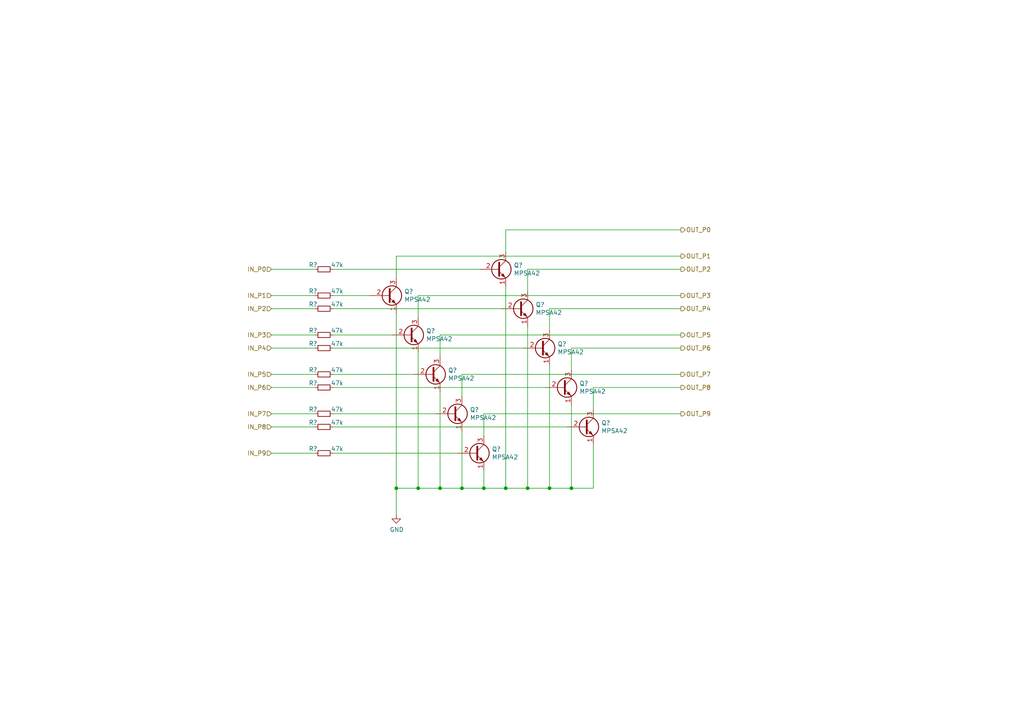
<source format=kicad_sch>
(kicad_sch (version 20230121) (generator eeschema)
  (paper "A4")
  (lib_symbols
    (symbol "Device:R_Small" (pin_numbers hide) (pin_names (offset 0.254) hide)
      (property "Reference" "R" (at 0.762 0.508 0))
      (property "Value" "R_Small" (at 0.762 -1.016 0))
      (symbol "R_Small_0_1"
        (rectangle (start -0.762 1.778) (end 0.762 -1.778) (stroke (width 0.2032)))
      )
      (symbol "R_Small_1_1"
        (pin passive line (at 0 2.54 270) (length 0.762) (name "~") (number "1"))
        (pin passive line (at 0 -2.54 90) (length 0.762) (name "~") (number "2"))
      )
    )
    (symbol "Transistor_BJT:MPSA42" (pin_names (offset 1.016) hide)
      (property "Reference" "Q" (at 5.08 1.905 0))
      (property "Value" "MPSA42" (at 5.08 0 0))
      (symbol "MPSA42_0_1"
        (polyline (pts (xy 0 0) (xy 0.635 0)))
        (polyline (pts (xy 0.635 0.635) (xy 2.54 2.54)))
        (polyline (pts (xy 0.635 -0.635) (xy 2.54 -2.54) (xy 2.54 -2.54)))
        (polyline (pts (xy 0.635 1.905) (xy 0.635 -1.905) (xy 0.635 -1.905)) (stroke (width 0.508)))
        (polyline (pts (xy 1.27 -1.778) (xy 1.778 -1.27) (xy 2.286 -2.286) (xy 1.27 -1.778) (xy 1.27 -1.778)) (fill (type outline)))
        (circle (center 1.27 0) (radius 2.8194) (stroke (width 0.254)))
      )
      (symbol "MPSA42_1_1"
        (pin passive line (at 2.54 -5.08 90) (length 2.54) (name "E") (number "1"))
        (pin input line (at -5.08 0 0) (length 5.08) (name "B") (number "2"))
        (pin passive line (at 2.54 5.08 270) (length 2.54) (name "C") (number "3"))
      )
    )
    (symbol "power:GND" (power) (pin_names (offset 0))
      (property "Value" "GND" (at 0 -3.81 0))
      (symbol "GND_0_1"
        (polyline (pts (xy 0 0) (xy 0 -1.27) (xy 1.27 -1.27) (xy 0 -2.54) (xy -1.27 -1.27) (xy 0 -1.27)))
      )
      (symbol "GND_1_1"
        (pin power_in line (at 0 0 270) (length 0) hide (name "GND") (number "1"))
      )
    )
  )
  (junction (at 133.985 141.605))
  (junction (at 127.635 141.605))
  (junction (at 121.285 141.605))
  (junction (at 146.685 141.605))
  (junction (at 114.935 141.605))
  (junction (at 159.385 141.605))
  (junction (at 140.335 141.605))
  (junction (at 165.735 141.605))
  (junction (at 153.035 141.605))
  (wire (pts (xy 121.285 141.605) (xy 127.635 141.605)))
  (wire (pts (xy 96.52 108.585) (xy 120.015 108.585)))
  (wire (pts (xy 78.74 108.585) (xy 91.44 108.585)))
  (wire (pts (xy 78.74 100.965) (xy 91.44 100.965)))
  (wire (pts (xy 172.085 112.395) (xy 172.085 118.745)))
  (wire (pts (xy 165.735 100.965) (xy 165.735 107.315)))
  (wire (pts (xy 132.715 131.445) (xy 96.52 131.445)))
  (wire (pts (xy 145.415 89.535) (xy 96.52 89.535)))
  (wire (pts (xy 197.485 97.155) (xy 127.635 97.155)))
  (wire (pts (xy 113.665 97.155) (xy 96.52 97.155)))
  (wire (pts (xy 159.385 141.605) (xy 165.735 141.605)))
  (wire (pts (xy 165.735 100.965) (xy 197.485 100.965)))
  (wire (pts (xy 114.935 149.225) (xy 114.935 141.605)))
  (wire (pts (xy 164.465 123.825) (xy 96.52 123.825)))
  (wire (pts (xy 78.74 97.155) (xy 91.44 97.155)))
  (wire (pts (xy 78.74 112.395) (xy 91.44 112.395)))
  (wire (pts (xy 121.285 102.235) (xy 121.285 141.605)))
  (wire (pts (xy 140.335 141.605) (xy 146.685 141.605)))
  (wire (pts (xy 133.985 108.585) (xy 133.985 114.935)))
  (wire (pts (xy 172.085 128.905) (xy 172.085 141.605)))
  (wire (pts (xy 121.285 85.725) (xy 121.285 92.075)))
  (wire (pts (xy 114.935 74.295) (xy 114.935 80.645)))
  (wire (pts (xy 127.635 97.155) (xy 127.635 103.505)))
  (wire (pts (xy 78.74 131.445) (xy 91.44 131.445)))
  (wire (pts (xy 146.685 66.675) (xy 146.685 73.025)))
  (wire (pts (xy 197.485 108.585) (xy 133.985 108.585)))
  (wire (pts (xy 78.74 78.105) (xy 91.44 78.105)))
  (wire (pts (xy 121.285 85.725) (xy 197.485 85.725)))
  (wire (pts (xy 127.635 113.665) (xy 127.635 141.605)))
  (wire (pts (xy 153.035 78.105) (xy 153.035 84.455)))
  (wire (pts (xy 146.685 141.605) (xy 153.035 141.605)))
  (wire (pts (xy 78.74 89.535) (xy 91.44 89.535)))
  (wire (pts (xy 153.035 78.105) (xy 197.485 78.105)))
  (wire (pts (xy 165.735 141.605) (xy 172.085 141.605)))
  (wire (pts (xy 197.485 112.395) (xy 172.085 112.395)))
  (wire (pts (xy 78.74 123.825) (xy 91.44 123.825)))
  (wire (pts (xy 153.035 141.605) (xy 159.385 141.605)))
  (wire (pts (xy 126.365 120.015) (xy 96.52 120.015)))
  (wire (pts (xy 159.385 89.535) (xy 159.385 95.885)))
  (wire (pts (xy 146.685 66.675) (xy 197.485 66.675)))
  (wire (pts (xy 146.685 83.185) (xy 146.685 141.605)))
  (wire (pts (xy 140.335 136.525) (xy 140.335 141.605)))
  (wire (pts (xy 96.52 85.725) (xy 107.315 85.725)))
  (wire (pts (xy 127.635 141.605) (xy 133.985 141.605)))
  (wire (pts (xy 165.735 117.475) (xy 165.735 141.605)))
  (wire (pts (xy 197.485 120.015) (xy 140.335 120.015)))
  (wire (pts (xy 78.74 120.015) (xy 91.44 120.015)))
  (wire (pts (xy 114.935 141.605) (xy 121.285 141.605)))
  (wire (pts (xy 140.335 120.015) (xy 140.335 126.365)))
  (wire (pts (xy 159.385 89.535) (xy 197.485 89.535)))
  (wire (pts (xy 151.765 100.965) (xy 96.52 100.965)))
  (wire (pts (xy 159.385 106.045) (xy 159.385 141.605)))
  (wire (pts (xy 133.985 125.095) (xy 133.985 141.605)))
  (wire (pts (xy 139.065 78.105) (xy 96.52 78.105)))
  (wire (pts (xy 153.035 94.615) (xy 153.035 141.605)))
  (wire (pts (xy 114.935 90.805) (xy 114.935 141.605)))
  (wire (pts (xy 114.935 74.295) (xy 197.485 74.295)))
  (wire (pts (xy 78.74 85.725) (xy 91.44 85.725)))
  (wire (pts (xy 158.115 112.395) (xy 96.52 112.395)))
  (wire (pts (xy 133.985 141.605) (xy 140.335 141.605)))
  (hierarchical_label "IN_P1" (shape input) (at 78.74 85.725 180))
  (hierarchical_label "IN_P0" (shape input) (at 78.74 78.105 180))
  (hierarchical_label "IN_P4" (shape input) (at 78.74 100.965 180))
  (hierarchical_label "OUT_P4" (shape output) (at 197.485 89.535 0))
  (hierarchical_label "OUT_P5" (shape output) (at 197.485 97.155 0))
  (hierarchical_label "OUT_P6" (shape output) (at 197.485 100.965 0))
  (hierarchical_label "IN_P6" (shape input) (at 78.74 112.395 180))
  (hierarchical_label "IN_P9" (shape input) (at 78.74 131.445 180))
  (hierarchical_label "OUT_P9" (shape output) (at 197.485 120.015 0))
  (hierarchical_label "OUT_P8" (shape output) (at 197.485 112.395 0))
  (hierarchical_label "OUT_P1" (shape output) (at 197.485 74.295 0))
  (hierarchical_label "OUT_P0" (shape output) (at 197.485 66.675 0))
  (hierarchical_label "OUT_P2" (shape output) (at 197.485 78.105 0))
  (hierarchical_label "IN_P2" (shape input) (at 78.74 89.535 180))
  (hierarchical_label "IN_P8" (shape input) (at 78.74 123.825 180))
  (hierarchical_label "IN_P5" (shape input) (at 78.74 108.585 180))
  (hierarchical_label "IN_P3" (shape input) (at 78.74 97.155 180))
  (hierarchical_label "OUT_P3" (shape output) (at 197.485 85.725 0))
  (hierarchical_label "IN_P7" (shape input) (at 78.74 120.015 180))
  (hierarchical_label "OUT_P7" (shape output) (at 197.485 108.585 0))
  (symbol (lib_id "Device:R_Small") (at 93.98 108.585 90) (unit 1)
    (property "Reference" "R?" (at 90.805 107.315 90))
    (property "Value" "47k" (at 97.79 107.315 90))
    (property "Footprint" "Resistor_THT:R_Axial_DIN0204_L3.6mm_D1.6mm_P5.08mm_Horizontal" (effects hide))
    (instances (project "OpenNixie" (path "" (reference "R?") (unit 1)) (path "" (reference "R12") (unit 1))))
  )
  (symbol (lib_id "Transistor_BJT:MPSA42") (at 144.145 78.105 0) (unit 1)
    (property "Reference" "Q?" (at 148.9964 76.9366 0) (effects (justify left)))
    (property "Value" "MPSA42" (at 148.9964 79.248 0) (effects (justify left)))
    (property "Footprint" "Package_TO_SOT_THT:TO-92_Inline" (effects hide))
    (property "Datasheet" "http://www.onsemi.com/pub_link/Collateral/MPSA42-D.PDF" (effects hide))
    (instances (project "OpenNixie" (path "" (reference "Q?") (unit 1)) (path "" (reference "Q3") (unit 1))))
  )
  (symbol (lib_id "power:GND") (at 114.935 149.225 0) (unit 1)
    (property "Reference" "#PWR?" (effects hide))
    (property "Value" "GND" (at 115.062 153.6192 0))
    (instances (project "OpenNixie" (path "" (reference "#PWR?") (unit 1)) (path "" (reference "#PWR010") (unit 1))))
  )
  (symbol (lib_id "Device:R_Small") (at 93.98 89.535 90) (unit 1)
    (property "Reference" "R?" (at 90.805 88.265 90))
    (property "Value" "47k" (at 97.79 88.265 90))
    (property "Footprint" "Resistor_THT:R_Axial_DIN0204_L3.6mm_D1.6mm_P5.08mm_Horizontal" (effects hide))
    (instances (project "OpenNixie" (path "" (reference "R?") (unit 1)) (path "" (reference "R9") (unit 1))))
  )
  (symbol (lib_id "Transistor_BJT:MPSA42") (at 131.445 120.015 0) (unit 1)
    (property "Reference" "Q?" (at 136.2964 118.8466 0) (effects (justify left)))
    (property "Value" "MPSA42" (at 136.2964 121.158 0) (effects (justify left)))
    (property "Footprint" "Package_TO_SOT_THT:TO-92_Inline" (effects hide))
    (property "Datasheet" "http://www.onsemi.com/pub_link/Collateral/MPSA42-D.PDF" (effects hide))
    (instances (project "OpenNixie" (path "" (reference "Q?") (unit 1)) (path "" (reference "Q10") (unit 1))))
  )
  (symbol (lib_id "Transistor_BJT:MPSA42") (at 118.745 97.155 0) (unit 1)
    (property "Reference" "Q?" (at 123.5964 95.9866 0) (effects (justify left)))
    (property "Value" "MPSA42" (at 123.5964 98.298 0) (effects (justify left)))
    (property "Footprint" "Package_TO_SOT_THT:TO-92_Inline" (effects hide))
    (property "Datasheet" "http://www.onsemi.com/pub_link/Collateral/MPSA42-D.PDF" (effects hide))
    (instances (project "OpenNixie" (path "" (reference "Q?") (unit 1)) (path "" (reference "Q6") (unit 1))))
  )
  (symbol (lib_id "Device:R_Small") (at 93.98 100.965 90) (unit 1)
    (property "Reference" "R?" (at 90.805 99.695 90))
    (property "Value" "47k" (at 97.79 99.695 90))
    (property "Footprint" "Resistor_THT:R_Axial_DIN0204_L3.6mm_D1.6mm_P5.08mm_Horizontal" (effects hide))
    (instances (project "OpenNixie" (path "" (reference "R?") (unit 1)) (path "" (reference "R11") (unit 1))))
  )
  (symbol (lib_id "Device:R_Small") (at 93.98 131.445 90) (unit 1)
    (property "Reference" "R?" (at 90.805 130.175 90))
    (property "Value" "47k" (at 97.79 130.175 90))
    (property "Footprint" "Resistor_THT:R_Axial_DIN0204_L3.6mm_D1.6mm_P5.08mm_Horizontal" (effects hide))
    (instances (project "OpenNixie" (path "" (reference "R?") (unit 1)) (path "" (reference "R16") (unit 1))))
  )
  (symbol (lib_id "Device:R_Small") (at 93.98 85.725 90) (unit 1)
    (property "Reference" "R?" (at 90.805 84.455 90))
    (property "Value" "47k" (at 97.79 84.455 90))
    (property "Footprint" "Resistor_THT:R_Axial_DIN0204_L3.6mm_D1.6mm_P5.08mm_Horizontal" (effects hide))
    (instances (project "OpenNixie" (path "" (reference "R?") (unit 1)) (path "" (reference "R8") (unit 1))))
  )
  (symbol (lib_id "Device:R_Small") (at 93.98 78.105 90) (unit 1)
    (property "Reference" "R?" (at 90.805 76.835 90))
    (property "Value" "47k" (at 97.79 76.835 90))
    (property "Footprint" "Resistor_THT:R_Axial_DIN0204_L3.6mm_D1.6mm_P5.08mm_Horizontal" (effects hide))
    (instances (project "OpenNixie" (path "" (reference "R?") (unit 1)) (path "" (reference "R7") (unit 1))))
  )
  (symbol (lib_id "Device:R_Small") (at 93.98 112.395 90) (unit 1)
    (property "Reference" "R?" (at 90.805 111.125 90))
    (property "Value" "47k" (at 97.79 111.125 90))
    (property "Footprint" "Resistor_THT:R_Axial_DIN0204_L3.6mm_D1.6mm_P5.08mm_Horizontal" (effects hide))
    (instances (project "OpenNixie" (path "" (reference "R?") (unit 1)) (path "" (reference "R13") (unit 1))))
  )
  (symbol (lib_id "Device:R_Small") (at 93.98 120.015 90) (unit 1)
    (property "Reference" "R?" (at 90.805 118.745 90))
    (property "Value" "47k" (at 97.79 118.745 90))
    (property "Footprint" "Resistor_THT:R_Axial_DIN0204_L3.6mm_D1.6mm_P5.08mm_Horizontal" (effects hide))
    (instances (project "OpenNixie" (path "" (reference "R?") (unit 1)) (path "" (reference "R14") (unit 1))))
  )
  (symbol (lib_id "Transistor_BJT:MPSA42") (at 125.095 108.585 0) (unit 1)
    (property "Reference" "Q?" (at 129.9464 107.4166 0) (effects (justify left)))
    (property "Value" "MPSA42" (at 129.9464 109.728 0) (effects (justify left)))
    (property "Footprint" "Package_TO_SOT_THT:TO-92_Inline" (effects hide))
    (property "Datasheet" "http://www.onsemi.com/pub_link/Collateral/MPSA42-D.PDF" (effects hide))
    (instances (project "OpenNixie" (path "" (reference "Q?") (unit 1)) (path "" (reference "Q8") (unit 1))))
  )
  (symbol (lib_id "Transistor_BJT:MPSA42") (at 156.845 100.965 0) (unit 1)
    (property "Reference" "Q?" (at 161.6964 99.7966 0) (effects (justify left)))
    (property "Value" "MPSA42" (at 161.6964 102.108 0) (effects (justify left)))
    (property "Footprint" "Package_TO_SOT_THT:TO-92_Inline" (effects hide))
    (property "Datasheet" "http://www.onsemi.com/pub_link/Collateral/MPSA42-D.PDF" (effects hide))
    (instances (project "OpenNixie" (path "" (reference "Q?") (unit 1)) (path "" (reference "Q7") (unit 1))))
  )
  (symbol (lib_id "Transistor_BJT:MPSA42") (at 169.545 123.825 0) (unit 1)
    (property "Reference" "Q?" (at 174.3964 122.6566 0) (effects (justify left)))
    (property "Value" "MPSA42" (at 174.3964 124.968 0) (effects (justify left)))
    (property "Footprint" "Package_TO_SOT_THT:TO-92_Inline" (effects hide))
    (property "Datasheet" "http://www.onsemi.com/pub_link/Collateral/MPSA42-D.PDF" (effects hide))
    (instances (project "OpenNixie" (path "" (reference "Q?") (unit 1)) (path "" (reference "Q11") (unit 1))))
  )
  (symbol (lib_id "Device:R_Small") (at 93.98 123.825 90) (unit 1)
    (property "Reference" "R?" (at 90.805 122.555 90))
    (property "Value" "47k" (at 97.79 122.555 90))
    (property "Footprint" "Resistor_THT:R_Axial_DIN0204_L3.6mm_D1.6mm_P5.08mm_Horizontal" (effects hide))
    (instances (project "OpenNixie" (path "" (reference "R?") (unit 1)) (path "" (reference "R15") (unit 1))))
  )
  (symbol (lib_id "Transistor_BJT:MPSA42") (at 150.495 89.535 0) (unit 1)
    (property "Reference" "Q?" (at 155.3464 88.3666 0) (effects (justify left)))
    (property "Value" "MPSA42" (at 155.3464 90.678 0) (effects (justify left)))
    (property "Footprint" "Package_TO_SOT_THT:TO-92_Inline" (effects hide))
    (property "Datasheet" "http://www.onsemi.com/pub_link/Collateral/MPSA42-D.PDF" (effects hide))
    (instances (project "OpenNixie" (path "" (reference "Q?") (unit 1)) (path "" (reference "Q5") (unit 1))))
  )
  (symbol (lib_id "Transistor_BJT:MPSA42") (at 163.195 112.395 0) (unit 1)
    (property "Reference" "Q?" (at 168.0464 111.2266 0) (effects (justify left)))
    (property "Value" "MPSA42" (at 168.0464 113.538 0) (effects (justify left)))
    (property "Footprint" "Package_TO_SOT_THT:TO-92_Inline" (effects hide))
    (property "Datasheet" "http://www.onsemi.com/pub_link/Collateral/MPSA42-D.PDF" (effects hide))
    (instances (project "OpenNixie" (path "" (reference "Q?") (unit 1)) (path "" (reference "Q9") (unit 1))))
  )
  (symbol (lib_id "Device:R_Small") (at 93.98 97.155 90) (unit 1)
    (property "Reference" "R?" (at 90.805 95.885 90))
    (property "Value" "47k" (at 97.79 95.885 90))
    (property "Footprint" "Resistor_THT:R_Axial_DIN0204_L3.6mm_D1.6mm_P5.08mm_Horizontal" (effects hide))
    (instances (project "OpenNixie" (path "" (reference "R?") (unit 1)) (path "" (reference "R10") (unit 1))))
  )
  (symbol (lib_id "Transistor_BJT:MPSA42") (at 112.395 85.725 0) (unit 1)
    (property "Reference" "Q?" (at 117.2464 84.5566 0) (effects (justify left)))
    (property "Value" "MPSA42" (at 117.2464 86.868 0) (effects (justify left)))
    (property "Footprint" "Package_TO_SOT_THT:TO-92_Inline" (effects hide))
    (property "Datasheet" "http://www.onsemi.com/pub_link/Collateral/MPSA42-D.PDF" (effects hide))
    (instances (project "OpenNixie" (path "" (reference "Q?") (unit 1)) (path "" (reference "Q4") (unit 1))))
  )
  (symbol (lib_id "Transistor_BJT:MPSA42") (at 137.795 131.445 0) (unit 1)
    (property "Reference" "Q?" (at 142.6464 130.2766 0) (effects (justify left)))
    (property "Value" "MPSA42" (at 142.6464 132.588 0) (effects (justify left)))
    (property "Footprint" "Package_TO_SOT_THT:TO-92_Inline" (effects hide))
    (property "Datasheet" "http://www.onsemi.com/pub_link/Collateral/MPSA42-D.PDF" (effects hide))
    (instances (project "OpenNixie" (path "" (reference "Q?") (unit 1)) (path "" (reference "Q12") (unit 1))))
  )
)
</source>
